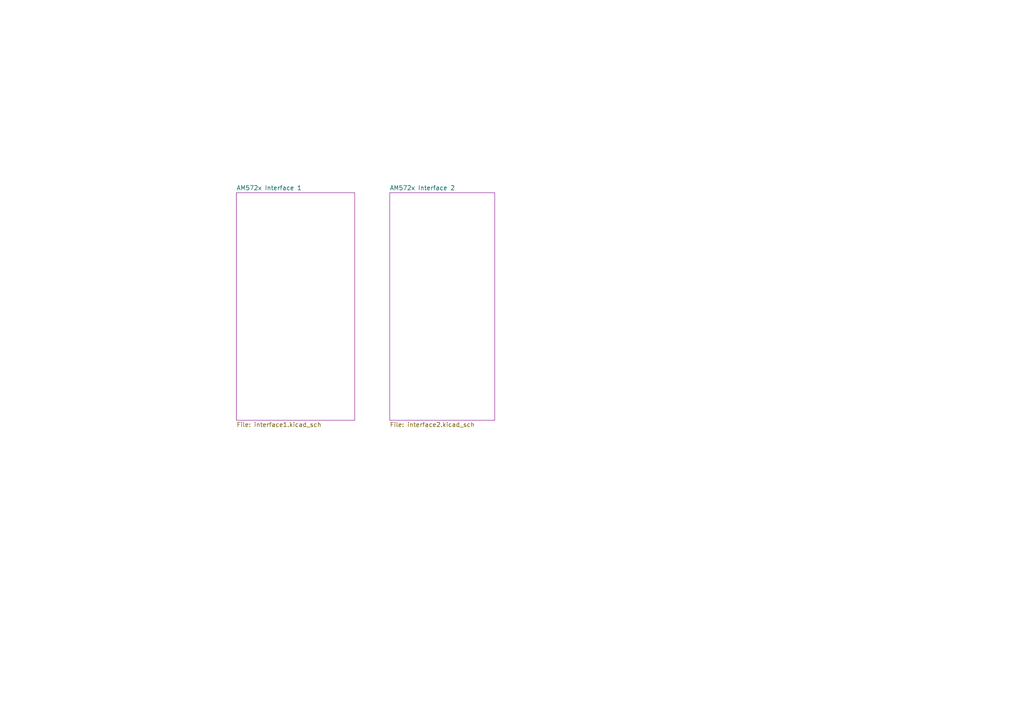
<source format=kicad_sch>
(kicad_sch (version 20210126) (generator eeschema)
  (paper "A4")
  (title_block (title "BeagleBone AI AM57x") (date "2021-01-15") (rev "Kicad-A1") (company "KiCad Services Corporation"))
  (lib_symbols)
  (sheet (at 68.58 55.88) (size 34.29 66.04) (stroke (width 0.001) (color 132 0 132 1)) (fill (color 255 255 255 0.0000))
    (property "Sheet name" "AM572x Interface 1" (at 68.58 55.2441 0) (effects (justify left bottom)))
    (property "Sheet file" "interface1.kicad_sch" (at 68.58 122.4289 0) (effects (justify left top)))
  )
  (sheet (at 113.03 55.88) (size 30.48 66.04) (stroke (width 0.001) (color 132 0 132 1)) (fill (color 255 255 255 0.0000))
    (property "Sheet name" "AM572x Interface 2" (at 113.03 55.2441 0) (effects (justify left bottom)))
    (property "Sheet file" "interface2.kicad_sch" (at 113.03 122.4289 0) (effects (justify left top)))
  )
)
</source>
